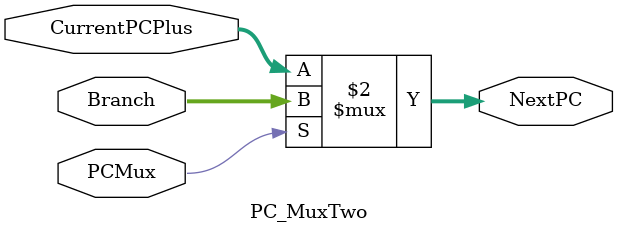
<source format=sv>
`timescale 1ns / 1ps


module PC_MuxTwo#(
    parameter int PC_WIDTH = 8
)(
    input logic PCMux,
    input logic [PC_WIDTH-1:0] Branch,
    input logic [PC_WIDTH-1:0] CurrentPCPlus,
    output logic [PC_WIDTH-1:0] NextPC
);

    always_comb NextPC = PCMux ? Branch : CurrentPCPlus;
endmodule

</source>
